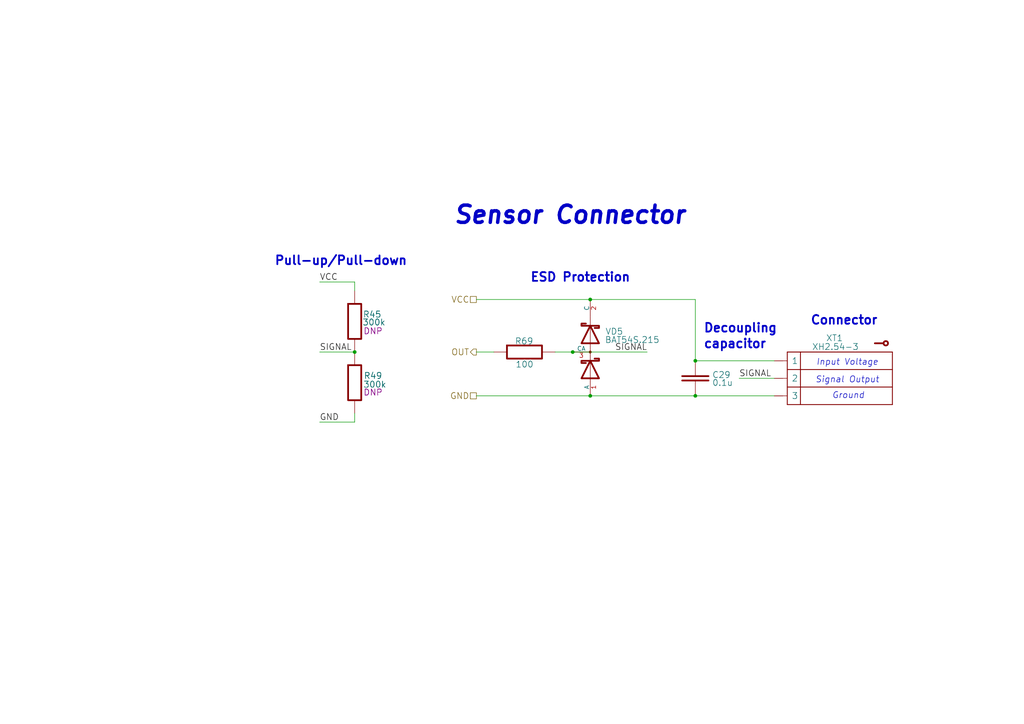
<source format=kicad_sch>
(kicad_sch (version 20211123) (generator eeschema)
  (paper "A4")
  (lib_symbols
    (symbol "Capacitors:C_CAP" (pin_names (offset 0))
      (property "Reference" "C" (at 0 6.35 0))
      (property "Value" "C_CAP" (at 0 -6.35 0))
      (symbol "C_CAP_0_1"
        (polyline (pts (xy -5.08 0) (xy -0.635 0)))
        (polyline (pts (xy -0.635 3.81) (xy -0.635 -3.81)) (stroke (width 0.508)))
        (polyline (pts (xy 0.635 0) (xy 5.08 0)))
        (polyline (pts (xy 0.635 3.81) (xy 0.635 -3.81)) (stroke (width 0.508)))
      )
      (symbol "C_CAP_1_1"
        (pin passive line (at -5.08 0 0) (length 2.54) hide (name "~") (number "1"))
        (pin passive line (at 5.08 0 180) (length 2.54) hide (name "~") (number "2"))
      )
    )
    (symbol "Connectors:XT_CONTACT_ARR3" (pin_numbers hide) (pin_names (offset 2.54))
      (property "Reference" "XT" (at -12.7 10.16 0))
      (property "Value" "XT_CONTACT_ARR3" (at -12.7 -10.16 0))
      (symbol "XT_CONTACT_ARR3_0_1"
        (polyline (pts (xy -17.78 -5.08) (xy -13.97 -5.08)))
        (polyline (pts (xy -17.78 0) (xy -13.97 0)))
        (polyline (pts (xy -17.78 5.08) (xy -13.97 5.08)))
        (polyline (pts (xy -13.97 -7.62) (xy 16.51 -7.62)) (stroke (width 0.254)))
        (polyline (pts (xy -13.97 -2.54) (xy 16.51 -2.54)) (stroke (width 0.254)))
        (polyline (pts (xy -13.97 7.62) (xy -13.97 -7.62)) (stroke (width 0.254)))
        (polyline (pts (xy -13.97 7.62) (xy 16.51 7.62)) (stroke (width 0.254)))
        (polyline (pts (xy -10.16 7.62) (xy -10.16 -7.62)) (stroke (width 0.254)))
        (polyline (pts (xy 13.97 10.16) (xy 11.43 10.16)) (stroke (width 0.508)))
        (polyline (pts (xy 16.51 7.62) (xy 16.51 -7.62)) (stroke (width 0.254)))
        (circle (center 14.605 10.16) (radius 0.635) (stroke (width 0.508)))
      )
      (symbol "XT_CONTACT_ARR3_1_1"
        (polyline (pts (xy -13.97 2.54) (xy 16.51 2.54)) (stroke (width 0.254)))
        (pin passive line (at -17.78 5.08 0) (length 2.54) (name "1") (number "1"))
        (pin passive line (at -17.78 0 0) (length 2.54) (name "2") (number "2"))
        (pin passive line (at -17.78 -5.08 0) (length 2.54) (name "3") (number "3"))
      )
    )
    (symbol "Diodes:VD_SCHOTTKY_PROTECT" (pin_names (offset 0))
      (property "Reference" "VD" (at 5.334 1.27 0))
      (property "Value" "VD_SCHOTTKY_PROTECT" (at 19.304 -1.27 0))
      (symbol "VD_SCHOTTKY_PROTECT_0_1"
        (polyline (pts (xy 0 10.16) (xy 0 -7.874)) (stroke (width 0.1524)))
        (polyline (pts (xy -1.27 8.255) (xy -2.54 8.255) (xy -2.54 7.62) (xy 0 7.62) (xy -2.54 2.54) (xy 2.54 2.54) (xy 0 7.62) (xy 2.54 7.62) (xy 2.54 6.985) (xy 1.27 6.985)) (stroke (width 0.508)))
        (polyline (pts (xy 1.27 -1.905) (xy 2.54 -1.905) (xy 2.54 -2.54) (xy 0 -2.54) (xy 2.54 -7.62) (xy -2.54 -7.62) (xy 0 -2.54) (xy -2.54 -2.54) (xy -2.54 -3.175) (xy -1.27 -3.175)) (stroke (width 0.508)))
        (circle (center 0 0) (radius 0.3556) (stroke (width 0.1016)) (fill (type outline)))
      )
      (symbol "VD_SCHOTTKY_PROTECT_1_1"
        (pin passive line (at 0 -12.7 90) (length 5.0038) (name "A") (number "1"))
        (pin passive line (at 0 15.24 270) (length 5.0038) (name "C") (number "2"))
        (pin passive line (at -5.08 0 0) (length 5.0038) (name "CA") (number "3"))
      )
    )
    (symbol "Resistors:R_RES" (pin_names (offset 0))
      (property "Reference" "R" (at 0 3.81 0))
      (property "Value" "R_RES" (at 0 -3.81 0))
      (property "Case/Package" "0000" (at 0 -6.35 0))
      (property "Power" "mW" (at 0 -7.874 0))
      (property "Tolerance" "±%" (at 0 -9.652 0))
      (symbol "R_RES_0_1"
        (rectangle (start -5.08 1.905) (end 5.08 -1.905) (stroke (width 0.508)))
        (polyline (pts (xy -8.89 0) (xy -5.08 0)))
        (polyline (pts (xy 5.08 0) (xy 8.89 0)))
      )
      (symbol "R_RES_1_1"
        (pin passive line (at -8.89 0 0) (length 2.54) hide (name "~") (number "1"))
        (pin passive line (at 8.89 0 180) (length 2.54) hide (name "~") (number "2"))
      )
    )
  )
  (junction (at 201.676 114.808))
  (junction (at 201.676 104.648))
  (junction (at 171.196 86.868))
  (junction (at 171.196 114.808))
  (junction (at 102.87 102.108))
  (junction (at 166.116 102.108))
  (wire (pts (xy 171.196 114.808) (xy 201.676 114.808)))
  (wire (pts (xy 102.87 122.428) (xy 102.87 119.888)))
  (wire (pts (xy 92.71 122.428) (xy 102.87 122.428)))
  (wire (pts (xy 92.71 81.788) (xy 102.87 81.788)))
  (wire (pts (xy 166.116 102.108) (xy 187.706 102.108)))
  (wire (pts (xy 201.676 86.868) (xy 171.196 86.868)))
  (wire (pts (xy 214.376 109.728) (xy 224.536 109.728)))
  (wire (pts (xy 201.676 104.648) (xy 224.536 104.648)))
  (wire (pts (xy 138.176 114.808) (xy 171.196 114.808)))
  (wire (pts (xy 161.0083 102.108) (xy 166.116 102.108)))
  (wire (pts (xy 138.176 102.108) (xy 143.2283 102.108)))
  (wire (pts (xy 201.676 114.808) (xy 224.536 114.808)))
  (wire (pts (xy 102.87 81.788) (xy 102.87 84.328)))
  (wire (pts (xy 138.176 86.868) (xy 171.196 86.868)))
  (wire (pts (xy 201.676 104.648) (xy 201.676 86.868)))
  (wire (pts (xy 92.71 102.108) (xy 102.87 102.108)))
  (text "Input Voltage" (at 236.728 106.172 0) (effects (font (size 1.778 1.778) italic) (justify left bottom)))
  (text "Ground" (at 241.3 115.824 0) (effects (font (size 1.778 1.778) italic) (justify left bottom)))
  (text "capacitor" (at 203.962 101.346 0) (effects (font (size 2.54 2.54) (thickness 0.508) bold) (justify left bottom)))
  (text "Decoupling" (at 203.962 96.774 0) (effects (font (size 2.54 2.54) (thickness 0.508) bold) (justify left bottom)))
  (text "Connector" (at 234.95 94.488 0) (effects (font (size 2.54 2.54) (thickness 0.508) bold) (justify left bottom)))
  (text "Signal Output" (at 236.474 111.252 0) (effects (font (size 1.778 1.778) italic) (justify left bottom)))
  (text "Pull-up/Pull-down" (at 79.502 77.216 0) (effects (font (size 2.54 2.54) (thickness 0.508) bold) (justify left bottom)))
  (text "Sensor Connector" (at 131.318 65.405 0) (effects (font (size 5.0038 5.0038) (thickness 1.0008) bold italic) (justify left bottom)))
  (text "ESD Protection" (at 153.67 82.042 0) (effects (font (size 2.54 2.54) (thickness 0.508) bold) (justify left bottom)))
  (label "SIGNAL" (at 214.376 109.728 0) (effects (font (size 1.778 1.778))))
  (label "VCC" (at 92.71 81.788 0) (effects (font (size 1.778 1.778))))
  (label "SIGNAL" (at 187.706 102.108 180) (effects (font (size 1.778 1.778))))
  (label "SIGNAL" (at 92.71 102.108 0) (effects (font (size 1.778 1.778))))
  (label "GND" (at 92.71 122.428 0) (effects (font (size 1.778 1.778))))
  (hierarchical_label "OUT" (shape output) (at 138.176 102.108 180) (effects (font (size 1.778 1.778))))
  (hierarchical_label "GND" (shape passive) (at 138.176 114.808 180) (effects (font (size 1.778 1.778))))
  (hierarchical_label "VCC" (shape passive) (at 138.176 86.868 180) (effects (font (size 1.778 1.778))))
  (symbol (lib_id "Connectors:XT_CONTACT_ARR3") (at 242.316 109.728 0) (unit 1)
    (property "Reference" "XT1" (at 239.522 98.044 0) (effects (font (size 1.778 1.778)) (justify left)))
    (property "Value" "XH2.54-3" (at 235.458 100.584 0) (effects (font (size 1.778 1.778)) (justify left)))
    (property "Footprint" "Connector_JST:JST_PH_B3B-PH-K_1x03_P2.00mm_Vertical" (effects hide))
  )
  (symbol (lib_id "Capacitors:C_CAP") (at 201.676 109.728 270) (unit 1)
    (property "Reference" "C29" (at 206.502 108.7121 90) (effects (font (size 1.778 1.778)) (justify left)))
    (property "Value" "0.1u" (at 206.502 110.9981 90) (effects (font (size 1.778 1.778)) (justify left)))
    (property "Footprint" "Capacitor_SMD:C_0603_1608Metric" (effects hide))
  )
  (symbol (lib_id "Resistors:R_RES") (at 152.1183 102.108 0) (unit 1)
    (property "Reference" "R69" (at 152.019 98.933 0) (effects (font (size 1.778 1.778))))
    (property "Value" "100" (at 152.146 105.664 0) (effects (font (size 1.778 1.778))))
    (property "Footprint" "Resistor_SMD:R_0603_1608Metric" (effects hide))
    (property "Case/Package" "0000" (effects hide))
    (property "Power" "mW" (effects hide))
    (property "Tolerance" "±%" (effects hide))
  )
  (symbol (lib_id "Resistors:R_RES") (at 102.87 110.998 270) (unit 1)
    (property "Reference" "R49" (at 108.204 108.966 90) (effects (font (size 1.778 1.778))))
    (property "Value" "300k" (at 108.712 111.506 90) (effects (font (size 1.778 1.778))))
    (property "Footprint" "Resistor_SMD:R_0603_1608Metric" (effects hide))
    (property "Assembly" "DNP" (at 108.204 113.792 90) (effects (font (size 1.778 1.778))))
    (property "Case/Package" "0000" (effects hide))
    (property "Power" "mW" (effects hide))
    (property "Tolerance" "±%" (effects hide))
  )
  (symbol (lib_id "Resistors:R_RES") (at 102.87 93.218 270) (unit 1)
    (property "Reference" "R45" (at 107.95 91.186 90) (effects (font (size 1.778 1.778))))
    (property "Value" "300k" (at 108.458 93.472 90) (effects (font (size 1.778 1.778))))
    (property "Footprint" "Resistor_SMD:R_0603_1608Metric" (effects hide))
    (property "Assembly" "DNP" (at 108.204 96.012 90) (effects (font (size 1.778 1.778))))
    (property "Case/Package" "0000" (effects hide))
    (property "Power" "mW" (effects hide))
    (property "Tolerance" "±%" (effects hide))
  )
  (symbol (lib_id "Diodes:VD_SCHOTTKY_PROTECT") (at 171.196 102.108 0) (unit 1)
    (property "Reference" "VD5" (at 175.514 96.139 0) (effects (font (size 1.778 1.778)) (justify left)))
    (property "Value" "BAT54S.215" (at 175.387 98.552 0) (effects (font (size 1.778 1.778)) (justify left)))
    (property "Footprint" "Package_TO_SOT_SMD:SOT-23" (effects hide))
  )
)
</source>
